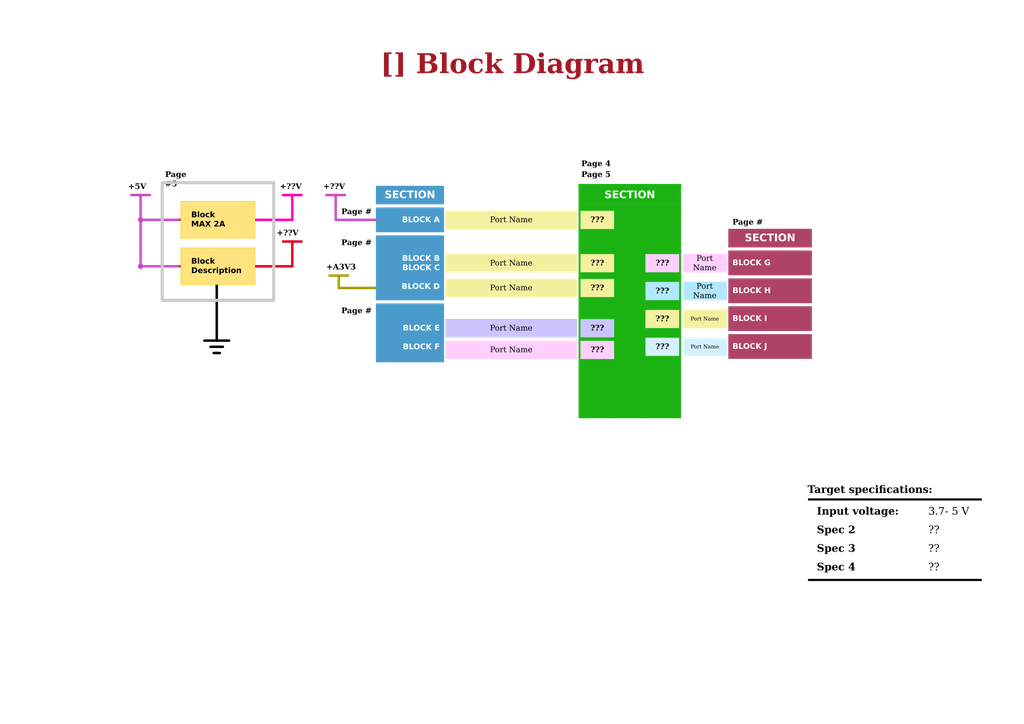
<source format=kicad_sch>
(kicad_sch
	(version 20231120)
	(generator "eeschema")
	(generator_version "8.0")
	(uuid "d4440dba-022e-49b2-97f2-6fc1871c7304")
	(paper "A3")
	(title_block
		(title "Block Diagram")
		(date "Last Modified Date")
		(rev "${REVISION}")
		(company "${COMPANY}")
	)
	(lib_symbols)
	(polyline
		(pts
			(xy 119.888 99.06) (xy 116.078 99.06)
		)
		(stroke
			(width 1.016)
			(type default)
			(color 212 0 32 1)
		)
		(uuid "0ad822fe-b2bf-4728-8a43-796a70a9fcef")
	)
	(polyline
		(pts
			(xy 137.668 80.01) (xy 141.478 80.01)
		)
		(stroke
			(width 1.016)
			(type default)
			(color 198 71 194 1)
		)
		(uuid "0c4f2c87-5668-4ab3-9f54-bb552b1160e0")
	)
	(polyline
		(pts
			(xy 105.156 90.17) (xy 119.888 90.17)
		)
		(stroke
			(width 1.016)
			(type default)
			(color 255 0 171 1)
		)
		(uuid "0ed64fab-7c93-4b9e-8488-f7bf9ddb0328")
	)
	(polyline
		(pts
			(xy 153.67 118.11) (xy 138.938 118.11)
		)
		(stroke
			(width 1.016)
			(type default)
			(color 162 155 0 1)
		)
		(uuid "10164b1f-38dc-4229-b35a-0e6d2f6fb9c8")
	)
	(polyline
		(pts
			(xy 88.9 139.7) (xy 93.98 139.7)
		)
		(stroke
			(width 1.016)
			(type default)
			(color 0 0 0 1)
		)
		(uuid "108b3f3d-7870-4a32-a39e-da98900ff511")
	)
	(polyline
		(pts
			(xy 153.67 90.17) (xy 137.668 90.17)
		)
		(stroke
			(width 1.016)
			(type default)
			(color 198 71 194 1)
		)
		(uuid "12ef2ddf-0ea9-47cc-b3da-b713337e7a4d")
	)
	(polyline
		(pts
			(xy 119.888 80.01) (xy 116.078 80.01)
		)
		(stroke
			(width 1.016)
			(type default)
			(color 255 0 171 1)
		)
		(uuid "1b0d0315-6656-4680-af25-b250f62ec5f3")
	)
	(polyline
		(pts
			(xy 57.658 80.01) (xy 57.658 90.17)
		)
		(stroke
			(width 1.016)
			(type default)
			(color 198 71 194 1)
		)
		(uuid "21a79648-61f0-4be6-a4a4-b98eeda65143")
	)
	(polyline
		(pts
			(xy 133.858 80.01) (xy 137.668 80.01)
		)
		(stroke
			(width 1.016)
			(type default)
			(color 198 71 194 1)
		)
		(uuid "21ea9e82-75fb-4584-ad6e-013b648b8538")
	)
	(polyline
		(pts
			(xy 119.888 99.06) (xy 119.888 109.22)
		)
		(stroke
			(width 1.016)
			(type default)
			(color 212 0 32 1)
		)
		(uuid "3a635095-522b-4f51-99df-2ea15d8aad82")
	)
	(polyline
		(pts
			(xy 138.938 113.03) (xy 142.748 113.03)
		)
		(stroke
			(width 1.016)
			(type default)
			(color 162 155 0 1)
		)
		(uuid "42197f6a-163c-4d9b-9d4e-be2b85d91c6d")
	)
	(polyline
		(pts
			(xy 90.17 144.78) (xy 88.9 144.78)
		)
		(stroke
			(width 1.016)
			(type default)
			(color 0 0 0 1)
		)
		(uuid "4843f438-0be6-4237-8e1d-81ed69202607")
	)
	(polyline
		(pts
			(xy 57.658 99.06) (xy 57.658 109.22)
		)
		(stroke
			(width 1.016)
			(type default)
			(color 198 71 194 1)
		)
		(uuid "53c7b6a5-f8b1-4162-bb5e-e28f608fc7b0")
	)
	(polyline
		(pts
			(xy 123.698 80.01) (xy 119.888 80.01)
		)
		(stroke
			(width 1.016)
			(type default)
			(color 255 0 171 1)
		)
		(uuid "5b1ffc3a-ecff-4205-9887-1fde1b3f29c7")
	)
	(polyline
		(pts
			(xy 83.82 139.7) (xy 88.9 139.7)
		)
		(stroke
			(width 1.016)
			(type default)
			(color 0 0 0 1)
		)
		(uuid "5c614747-4d35-44e5-a560-7918f1e9dd9d")
	)
	(polyline
		(pts
			(xy 57.658 90.17) (xy 57.658 99.06)
		)
		(stroke
			(width 1.016)
			(type default)
			(color 198 71 194 1)
		)
		(uuid "5ef7bb03-210f-4261-8725-59c7015ea800")
	)
	(polyline
		(pts
			(xy 73.66 109.22) (xy 57.658 109.22)
		)
		(stroke
			(width 1.016)
			(type default)
			(color 198 71 194 1)
		)
		(uuid "60c6e967-0c41-4893-b325-74fb054b4d29")
	)
	(polyline
		(pts
			(xy 73.66 90.17) (xy 57.658 90.17)
		)
		(stroke
			(width 1.016)
			(type default)
			(color 198 71 194 1)
		)
		(uuid "734689b6-313b-4ec0-8e2e-e0b491f895c4")
	)
	(polyline
		(pts
			(xy 53.848 80.01) (xy 57.658 80.01)
		)
		(stroke
			(width 1.016)
			(type default)
			(color 198 71 194 1)
		)
		(uuid "7ae1c493-e7e4-4dbb-bb88-6bab6e4eaeb6")
	)
	(polyline
		(pts
			(xy 57.658 80.01) (xy 61.468 80.01)
		)
		(stroke
			(width 1.016)
			(type default)
			(color 198 71 194 1)
		)
		(uuid "8c32da8a-4531-44a0-8824-bbf140ba9e6a")
	)
	(polyline
		(pts
			(xy 88.9 117.348) (xy 88.9 139.7)
		)
		(stroke
			(width 1.016)
			(type default)
			(color 0 0 0 1)
		)
		(uuid "8f1e723c-cb46-42d5-9f0d-53653b347507")
	)
	(polyline
		(pts
			(xy 88.9 123.19) (xy 85.09 123.19)
		)
		(stroke
			(width 1.016)
			(type default)
			(color 0 0 0 1)
		)
		(uuid "906413a8-3629-4e1f-a212-33f5f54b8ca3")
	)
	(polyline
		(pts
			(xy 137.668 80.01) (xy 137.668 90.17)
		)
		(stroke
			(width 1.016)
			(type default)
			(color 198 71 194 1)
		)
		(uuid "9e94e400-0ca7-4a19-9721-e89096fc8ef1")
	)
	(polyline
		(pts
			(xy 88.9 144.78) (xy 87.63 144.78)
		)
		(stroke
			(width 1.016)
			(type default)
			(color 0 0 0 1)
		)
		(uuid "9fd90c44-7057-4a26-a7ab-c33c5beb28e1")
	)
	(polyline
		(pts
			(xy 92.71 123.19) (xy 88.9 123.19)
		)
		(stroke
			(width 1.016)
			(type default)
			(color 0 0 0 1)
		)
		(uuid "a28c6aa9-e851-4c4a-a8b6-364b13034eaf")
	)
	(polyline
		(pts
			(xy 119.888 80.01) (xy 119.888 90.17)
		)
		(stroke
			(width 1.016)
			(type default)
			(color 255 0 171 1)
		)
		(uuid "a322456e-1e18-4992-b811-547b83e46d9a")
	)
	(polyline
		(pts
			(xy 123.698 99.06) (xy 119.888 99.06)
		)
		(stroke
			(width 1.016)
			(type default)
			(color 212 0 32 1)
		)
		(uuid "a97da915-ffc2-43ac-80c4-e7eb9cf7c5a5")
	)
	(polyline
		(pts
			(xy 138.938 113.03) (xy 138.938 118.11)
		)
		(stroke
			(width 1.016)
			(type default)
			(color 162 155 0 1)
		)
		(uuid "d3dfefd7-14b2-42bf-bfc0-0b28c195ff97")
	)
	(polyline
		(pts
			(xy 91.44 142.24) (xy 88.9 142.24)
		)
		(stroke
			(width 1.016)
			(type default)
			(color 0 0 0 1)
		)
		(uuid "e812ef17-820a-4d51-ab4b-214bf4a7ff4f")
	)
	(polyline
		(pts
			(xy 105.156 109.22) (xy 119.888 109.22)
		)
		(stroke
			(width 1.016)
			(type default)
			(color 212 0 32 1)
		)
		(uuid "e98c2a4a-d187-46a2-8813-e5c9e3527045")
	)
	(polyline
		(pts
			(xy 88.9 142.24) (xy 86.36 142.24)
		)
		(stroke
			(width 1.016)
			(type default)
			(color 0 0 0 1)
		)
		(uuid "ecec9f07-c25e-4a64-8539-dbb99696f340")
	)
	(polyline
		(pts
			(xy 135.128 113.03) (xy 138.938 113.03)
		)
		(stroke
			(width 1.016)
			(type default)
			(color 162 155 0 1)
		)
		(uuid "fcad9baf-054e-4bf8-8a63-c65f2b19baea")
	)
	(rectangle
		(start 104.775 108.839)
		(end 105.41 109.601)
		(stroke
			(width 0.25)
			(type default)
			(color 212 0 32 1)
		)
		(fill
			(type color)
			(color 212 0 32 1)
		)
		(uuid 0237e457-1554-43e7-a04a-9bbc304cb750)
	)
	(rectangle
		(start 237.998 147.32)
		(end 251.968 171.45)
		(stroke
			(width 0)
			(type default)
			(color 26 179 18 1)
		)
		(fill
			(type color)
			(color 26 179 18 1)
		)
		(uuid 05c43237-d989-46c7-a838-1fe3e687d325)
	)
	(rectangle
		(start 73.406 108.839)
		(end 74.041 109.601)
		(stroke
			(width 0.25)
			(type default)
			(color 200 50 50 1)
		)
		(fill
			(type color)
			(color 200 50 50 1)
		)
		(uuid 0d430dd7-6ee0-49d3-a0fa-6967402d4a3a)
	)
	(rectangle
		(start 264.668 123.19)
		(end 278.638 127)
		(stroke
			(width 0)
			(type default)
			(color 26 179 18 1)
		)
		(fill
			(type color)
			(color 26 179 18 1)
		)
		(uuid 18d023c4-e3f0-46c9-87ca-5d30d9cdf2c3)
	)
	(rectangle
		(start 74.168 82.55)
		(end 104.648 97.79)
		(stroke
			(width 0)
			(type default)
			(color 255 200 0 0.5019607843)
		)
		(fill
			(type color)
			(color 255 200 0 0.5019607843)
		)
		(uuid 2d9051c0-06cf-4e3a-9d86-de06c0d33079)
	)
	(rectangle
		(start 73.406 89.789)
		(end 74.041 90.551)
		(stroke
			(width 0.25)
			(type default)
			(color 200 50 50 1)
		)
		(fill
			(type color)
			(color 200 50 50 1)
		)
		(uuid 3070d984-75bc-40bb-a077-beeef2510c95)
	)
	(rectangle
		(start 237.998 121.92)
		(end 251.968 130.81)
		(stroke
			(width 0)
			(type default)
			(color 26 179 18 1)
		)
		(fill
			(type color)
			(color 26 179 18 1)
		)
		(uuid 39c3df59-f9d6-4c44-9610-c14f06418e27)
	)
	(rectangle
		(start 264.668 146.05)
		(end 278.638 171.45)
		(stroke
			(width 0)
			(type default)
			(color 26 179 18 1)
		)
		(fill
			(type color)
			(color 26 179 18 1)
		)
		(uuid 3a6c1391-840d-4a80-9739-78b63fe94339)
	)
	(rectangle
		(start 237.998 138.43)
		(end 251.968 139.7)
		(stroke
			(width 0)
			(type default)
			(color 26 179 18 1)
		)
		(fill
			(type color)
			(color 26 179 18 1)
		)
		(uuid 421816ca-5f12-4e86-8e69-316b379c8971)
	)
	(rectangle
		(start 237.363 75.565)
		(end 279.273 77.47)
		(stroke
			(width 0.254)
			(type default)
			(color 26 179 18 1)
		)
		(fill
			(type color)
			(color 26 179 18 1)
		)
		(uuid 55bb8f5d-1716-457c-ab18-7887e7f79c32)
	)
	(circle
		(center 57.658 109.22)
		(radius 1.016)
		(stroke
			(width 0)
			(type default)
			(color 198 71 194 1)
		)
		(fill
			(type color)
			(color 198 71 194 1)
		)
		(uuid 58ff020c-c0fb-495a-a8a3-92972d07ced1)
	)
	(rectangle
		(start 153.543 89.789)
		(end 154.178 90.551)
		(stroke
			(width 0.25)
			(type default)
			(color 198 71 194 1)
		)
		(fill
			(type color)
			(color 198 71 194 1)
		)
		(uuid 71a7bc8d-71ba-4784-b706-1c489dd4699b)
	)
	(rectangle
		(start 237.998 111.76)
		(end 251.968 114.3)
		(stroke
			(width 0)
			(type default)
			(color 26 179 18 1)
		)
		(fill
			(type color)
			(color 26 179 18 1)
		)
		(uuid 7b3048d9-9f27-43c5-89d8-687bf1563aee)
	)
	(rectangle
		(start 278.638 75.565)
		(end 279.273 171.45)
		(stroke
			(width 0)
			(type default)
			(color 26 179 18 1)
		)
		(fill
			(type color)
			(color 26 179 18 1)
		)
		(uuid 82b7fc9f-5c53-4bad-ac33-36ff04086978)
	)
	(rectangle
		(start 331.47 237.49)
		(end 402.59 238.252)
		(stroke
			(width 0)
			(type default)
			(color 0 0 0 1)
		)
		(fill
			(type color)
			(color 0 0 0 1)
		)
		(uuid 8956a1c0-282a-4b1e-927b-8bc74278d14f)
	)
	(rectangle
		(start 74.168 101.6)
		(end 104.648 116.84)
		(stroke
			(width 0)
			(type default)
			(color 255 200 0 0.5019607843)
		)
		(fill
			(type color)
			(color 255 200 0 0.5019607843)
		)
		(uuid a47826fc-526c-4a52-84ae-b6a04e3e3b0c)
	)
	(rectangle
		(start 237.998 83.82)
		(end 279.273 86.36)
		(stroke
			(width 0)
			(type default)
			(color 26 179 18 1)
		)
		(fill
			(type color)
			(color 26 179 18 1)
		)
		(uuid a952ed71-59f7-4034-9137-c9beed0052e5)
	)
	(rectangle
		(start 66.548 74.93)
		(end 112.268 123.19)
		(stroke
			(width 1.27)
			(type default)
			(color 200 200 200 1)
		)
		(fill
			(type none)
		)
		(uuid b5318274-8945-46d8-99fc-2fb62def5b67)
	)
	(rectangle
		(start 251.968 85.725)
		(end 264.668 171.45)
		(stroke
			(width 0)
			(type default)
			(color 26 179 18 1)
		)
		(fill
			(type color)
			(color 26 179 18 1)
		)
		(uuid b5912d90-a2e6-47a8-b37f-79df93690db6)
	)
	(rectangle
		(start 88.392 116.84)
		(end 89.408 117.602)
		(stroke
			(width 0.001)
			(type default)
			(color 0 0 0 1)
		)
		(fill
			(type color)
			(color 0 0 0 1)
		)
		(uuid b708d319-09b2-4d42-8c3b-186b2ae54113)
	)
	(rectangle
		(start 264.668 134.62)
		(end 278.638 138.43)
		(stroke
			(width 0)
			(type default)
			(color 26 179 18 1)
		)
		(fill
			(type color)
			(color 26 179 18 1)
		)
		(uuid bdbbf18e-6f1e-46bc-83ed-402e06ceb661)
	)
	(rectangle
		(start 264.668 111.76)
		(end 278.638 115.57)
		(stroke
			(width 0)
			(type default)
			(color 26 179 18 1)
		)
		(fill
			(type color)
			(color 26 179 18 1)
		)
		(uuid be3f6889-490c-44fa-9418-f01ed8476be7)
	)
	(rectangle
		(start 264.668 86.36)
		(end 278.638 104.14)
		(stroke
			(width 0)
			(type default)
			(color 26 179 18 1)
		)
		(fill
			(type color)
			(color 26 179 18 1)
		)
		(uuid cdf72398-0431-4b4b-8fdb-00fcbee68e2a)
	)
	(rectangle
		(start 331.47 204.47)
		(end 402.59 205.232)
		(stroke
			(width 0)
			(type default)
			(color 0 0 0 1)
		)
		(fill
			(type color)
			(color 0 0 0 1)
		)
		(uuid d631d51a-2515-45dc-a2c0-e57c4fee46cd)
	)
	(rectangle
		(start 237.363 75.565)
		(end 237.998 171.45)
		(stroke
			(width 0)
			(type default)
			(color 26 179 18 1)
		)
		(fill
			(type color)
			(color 26 179 18 1)
		)
		(uuid d92c43be-acae-42f6-9179-96820bcc6ef2)
	)
	(rectangle
		(start 104.775 89.789)
		(end 105.41 90.551)
		(stroke
			(width 0.25)
			(type default)
			(color 255 0 171 1)
		)
		(fill
			(type color)
			(color 255 0 171 1)
		)
		(uuid e7ce496d-41ff-4f99-ad4b-3310127e6767)
	)
	(rectangle
		(start 153.543 117.729)
		(end 154.178 118.491)
		(stroke
			(width 0.25)
			(type default)
			(color 162 155 0 1)
		)
		(fill
			(type color)
			(color 162 155 0 1)
		)
		(uuid f2563de6-36a4-46ea-b401-ec1c1b726413)
	)
	(rectangle
		(start 237.998 93.98)
		(end 251.968 104.14)
		(stroke
			(width 0)
			(type default)
			(color 26 179 18 1)
		)
		(fill
			(type color)
			(color 26 179 18 1)
		)
		(uuid f4ff3a95-a29b-44f5-99fe-90e2d6c5e225)
	)
	(circle
		(center 57.658 90.17)
		(radius 1.016)
		(stroke
			(width 0)
			(type default)
			(color 198 71 194 1)
		)
		(fill
			(type color)
			(color 198 71 194 1)
		)
		(uuid f91516a8-4921-4198-b3b9-99239f4ff99a)
	)
	(text_box "Spec 3"
		(exclude_from_sim no)
		(at 332.74 220.98 0)
		(size 41.91 7.62)
		(stroke
			(width -0.0001)
			(type default)
		)
		(fill
			(type none)
		)
		(effects
			(font
				(face "Times New Roman")
				(size 3.048 3.048)
				(thickness 0.4572)
				(bold yes)
				(color 0 0 0 1)
			)
			(justify left top)
		)
		(uuid "094af17b-7d27-428a-ac7d-32c4461d72c7")
	)
	(text_box "Block\nDescription"
		(exclude_from_sim no)
		(at 76.708 104.14 0)
		(size 25.4 10.16)
		(stroke
			(width -0.0001)
			(type default)
		)
		(fill
			(type none)
		)
		(effects
			(font
				(face "Arial")
				(size 2.286 2.286)
				(thickness 0.254)
				(bold yes)
				(color 0 0 0 1)
			)
			(justify left top)
		)
		(uuid "09ba23be-b0e7-4b83-8609-d145cf0340f4")
	)
	(text_box "???"
		(exclude_from_sim no)
		(at 237.998 104.14 0)
		(size 13.97 7.62)
		(stroke
			(width -0.0001)
			(type default)
		)
		(fill
			(type color)
			(color 243 240 160 1)
		)
		(effects
			(font
				(face "Times New Roman")
				(size 2.286 2.286)
				(bold yes)
				(color 0 0 0 1)
			)
		)
		(uuid "0aa0c4e1-070f-42df-94e3-eb4334e328f3")
	)
	(text_box "Spec 2"
		(exclude_from_sim no)
		(at 332.74 213.36 0)
		(size 43.18 7.62)
		(stroke
			(width -0.0001)
			(type default)
		)
		(fill
			(type none)
		)
		(effects
			(font
				(face "Times New Roman")
				(size 3.048 3.048)
				(thickness 0.4572)
				(bold yes)
				(color 0 0 0 1)
			)
			(justify left top)
		)
		(uuid "16ff5c12-a59a-498f-9a58-8440cea84b9d")
	)
	(text_box "Port Name"
		(exclude_from_sim no)
		(at 182.626 104.14 0)
		(size 54.102 7.62)
		(stroke
			(width -0.0001)
			(type default)
		)
		(fill
			(type color)
			(color 243 240 160 1)
		)
		(effects
			(font
				(face "Times New Roman")
				(size 2.286 2.286)
				(italic yes)
				(color 0 0 0 1)
			)
		)
		(uuid "1987247e-db63-4ffa-a72e-634d9843c64c")
	)
	(text_box "SECTION"
		(exclude_from_sim no)
		(at 237.998 76.2 0)
		(size 40.64 7.62)
		(stroke
			(width -0.0001)
			(type default)
		)
		(fill
			(type color)
			(color 26 179 18 1)
		)
		(effects
			(font
				(face "Arial")
				(size 3.048 3.048)
				(bold yes)
				(color 255 255 255 1)
			)
		)
		(uuid "1d0d83c3-74d6-4a1f-8c3f-65fbe3fb5ec9")
	)
	(text_box "Port Name"
		(exclude_from_sim no)
		(at 182.626 139.7 0)
		(size 54.102 7.62)
		(stroke
			(width -0.0001)
			(type default)
		)
		(fill
			(type color)
			(color 255 207 255 1)
		)
		(effects
			(font
				(face "Times New Roman")
				(size 2.286 2.286)
				(italic yes)
				(color 0 0 0 1)
			)
		)
		(uuid "205684f9-9b3f-4aef-bbd6-2a2cbf506b65")
	)
	(text_box "???"
		(exclude_from_sim no)
		(at 237.998 114.3 0)
		(size 13.97 7.62)
		(stroke
			(width -0.0001)
			(type default)
		)
		(fill
			(type color)
			(color 243 240 160 1)
		)
		(effects
			(font
				(face "Times New Roman")
				(size 2.286 2.286)
				(bold yes)
				(color 0 0 0 1)
			)
		)
		(uuid "2576afd7-0caa-4c76-bd9f-222a1d2c4dc0")
	)
	(text_box "???"
		(exclude_from_sim no)
		(at 237.998 86.36 0)
		(size 13.97 7.62)
		(stroke
			(width -0.0001)
			(type default)
		)
		(fill
			(type color)
			(color 243 240 160 1)
		)
		(effects
			(font
				(face "Times New Roman")
				(size 2.286 2.286)
				(bold yes)
				(color 0 0 0 1)
			)
		)
		(uuid "29f18459-3b0c-4e53-a96d-cae677d37f45")
	)
	(text_box "Page #"
		(exclude_from_sim no)
		(at 298.704 88.138 0)
		(size 17.78 5.08)
		(stroke
			(width -0.0001)
			(type default)
		)
		(fill
			(type none)
		)
		(effects
			(font
				(face "Times New Roman")
				(size 2.286 2.286)
				(thickness 0.4572)
				(bold yes)
				(color 0 0 0 1)
			)
			(justify left top)
			(href "#8")
		)
		(uuid "2c748904-640a-4790-9cd3-81e6145a1f3e")
	)
	(text_box "Port Name"
		(exclude_from_sim no)
		(at 279.908 104.14 0)
		(size 18.288 7.62)
		(stroke
			(width -0.0001)
			(type default)
		)
		(fill
			(type color)
			(color 255 207 255 1)
		)
		(effects
			(font
				(face "Times New Roman")
				(size 2.286 2.286)
				(italic yes)
				(color 0 0 0 1)
			)
		)
		(uuid "2eccac48-a697-4b98-a3f1-dcbeefca3094")
	)
	(text_box "Input voltage:"
		(exclude_from_sim no)
		(at 332.74 205.74 0)
		(size 41.91 7.62)
		(stroke
			(width -0.0001)
			(type default)
		)
		(fill
			(type none)
		)
		(effects
			(font
				(face "Times New Roman")
				(size 3.048 3.048)
				(thickness 0.4572)
				(bold yes)
				(color 0 0 0 1)
			)
			(justify left top)
		)
		(uuid "347e7e61-7c93-449c-8c65-b1d74937394e")
	)
	(text_box "Port Name"
		(exclude_from_sim no)
		(at 182.626 86.36 0)
		(size 54.102 7.62)
		(stroke
			(width -0.0001)
			(type default)
		)
		(fill
			(type color)
			(color 243 240 160 1)
		)
		(effects
			(font
				(face "Times New Roman")
				(size 2.286 2.286)
				(italic yes)
				(color 0 0 0 1)
			)
		)
		(uuid "34f97dad-9bc3-424e-b006-bedf003458aa")
	)
	(text_box "??"
		(exclude_from_sim no)
		(at 378.46 228.6 0)
		(size 24.13 7.62)
		(stroke
			(width -0.0001)
			(type default)
		)
		(fill
			(type none)
		)
		(effects
			(font
				(face "Times New Roman")
				(size 3.048 3.048)
				(color 0 0 0 1)
			)
			(justify left top)
		)
		(uuid "37354c60-dbdb-4aa1-a2b0-e6db1fd7a12e")
	)
	(text_box "??"
		(exclude_from_sim no)
		(at 378.46 213.36 0)
		(size 24.13 7.62)
		(stroke
			(width -0.0001)
			(type default)
		)
		(fill
			(type none)
		)
		(effects
			(font
				(face "Times New Roman")
				(size 3.048 3.048)
				(color 0 0 0 1)
			)
			(justify left top)
		)
		(uuid "3d9a8928-04fd-4c32-8894-e3210045027d")
	)
	(text_box "\nBLOCK E\n\nBLOCK F"
		(exclude_from_sim no)
		(at 154.178 124.46 0)
		(size 27.94 24.13)
		(stroke
			(width -0.0001)
			(type default)
		)
		(fill
			(type color)
			(color 74 155 203 1)
		)
		(effects
			(font
				(face "Arial")
				(size 2.286 2.286)
				(bold yes)
				(color 255 255 255 1)
			)
			(justify right)
		)
		(uuid "4299d747-90ff-4a47-9b32-97c12f9ab979")
	)
	(text_box "Port Name"
		(exclude_from_sim no)
		(at 279.908 127 0)
		(size 18.288 7.62)
		(stroke
			(width -0.0001)
			(type default)
		)
		(fill
			(type color)
			(color 243 240 160 1)
		)
		(effects
			(font
				(face "Times New Roman")
				(size 1.524 1.524)
				(italic yes)
				(color 0 0 0 1)
			)
		)
		(uuid "4616f06b-0c0c-4da0-aaa7-60ade012707d")
	)
	(text_box "Port Name"
		(exclude_from_sim no)
		(at 182.626 130.81 0)
		(size 54.102 7.62)
		(stroke
			(width -0.0001)
			(type default)
		)
		(fill
			(type color)
			(color 202 196 255 1)
		)
		(effects
			(font
				(face "Times New Roman")
				(size 2.286 2.286)
				(italic yes)
				(color 0 0 0 1)
			)
		)
		(uuid "4be2fbb4-9521-4c43-b13b-45298595a8b7")
	)
	(text_box "SECTION"
		(exclude_from_sim no)
		(at 298.704 93.853 0)
		(size 34.29 7.62)
		(stroke
			(width -0.0001)
			(type default)
		)
		(fill
			(type color)
			(color 175 67 103 1)
		)
		(effects
			(font
				(face "Arial")
				(size 3.048 3.048)
				(bold yes)
				(color 255 255 255 1)
			)
		)
		(uuid "50f90389-4852-4d94-a1e5-f12357304e05")
	)
	(text_box "BLOCK A"
		(exclude_from_sim no)
		(at 154.178 85.09 0)
		(size 27.94 10.16)
		(stroke
			(width -0.0001)
			(type default)
		)
		(fill
			(type color)
			(color 74 155 203 1)
		)
		(effects
			(font
				(face "Arial")
				(size 2.286 2.286)
				(bold yes)
				(color 255 255 255 1)
			)
			(justify right)
		)
		(uuid "5a2e6555-9060-4d4a-9a34-a05560ac30d8")
	)
	(text_box "BLOCK I"
		(exclude_from_sim no)
		(at 298.704 125.603 0)
		(size 34.29 10.16)
		(stroke
			(width -0.0001)
			(type default)
		)
		(fill
			(type color)
			(color 175 67 103 1)
		)
		(effects
			(font
				(face "Arial")
				(size 2.286 2.286)
				(bold yes)
				(color 255 255 255 1)
			)
			(justify left)
		)
		(uuid "5f14182b-c93f-4d15-9db7-1a029aadad7b")
	)
	(text_box "BLOCK G"
		(exclude_from_sim no)
		(at 298.704 102.743 0)
		(size 34.29 10.16)
		(stroke
			(width -0.0001)
			(type default)
		)
		(fill
			(type color)
			(color 175 67 103 1)
		)
		(effects
			(font
				(face "Arial")
				(size 2.286 2.286)
				(bold yes)
				(color 255 255 255 1)
			)
			(justify left)
		)
		(uuid "6f80972b-0868-4998-bb39-1d5e548cee7c")
	)
	(text_box "[${#}] ${TITLE}"
		(exclude_from_sim no)
		(at 144.78 20.32 0)
		(size 130.81 12.7)
		(stroke
			(width -0.0001)
			(type default)
		)
		(fill
			(type none)
		)
		(effects
			(font
				(face "Times New Roman")
				(size 8 8)
				(thickness 1.2)
				(bold yes)
				(color 162 22 34 1)
			)
		)
		(uuid "73b2b29c-2473-4e80-be0b-4f57c6856c3e")
	)
	(text_box "Page #5"
		(exclude_from_sim no)
		(at 66.04 68.58 0)
		(size 15.24 5.08)
		(stroke
			(width -0.0001)
			(type default)
		)
		(fill
			(type none)
		)
		(effects
			(font
				(face "Times New Roman")
				(size 2.286 2.286)
				(thickness 0.4572)
				(bold yes)
				(color 0 0 0 1)
			)
			(justify left top)
			(href "#5")
		)
		(uuid "7d0acf89-7773-4e7f-ac89-c1f23d71a151")
	)
	(text_box "Page #"
		(exclude_from_sim no)
		(at 136.398 124.46 0)
		(size 17.78 5.08)
		(stroke
			(width -0.0001)
			(type default)
		)
		(fill
			(type none)
		)
		(effects
			(font
				(face "Times New Roman")
				(size 2.286 2.286)
				(thickness 0.4572)
				(bold yes)
				(color 0 0 0 1)
			)
			(justify right top)
			(href "#")
		)
		(uuid "7e1549f9-ed1a-486d-b663-7ab14f355318")
	)
	(text_box "Target specifications:"
		(exclude_from_sim no)
		(at 328.93 196.85 0)
		(size 73.66 7.62)
		(stroke
			(width -0.0001)
			(type default)
		)
		(fill
			(type none)
		)
		(effects
			(font
				(face "Times New Roman")
				(size 3.048 3.048)
				(thickness 0.4572)
				(bold yes)
				(color 0 0 0 1)
			)
			(justify left top)
		)
		(uuid "874bfc99-fafe-40d4-b7af-9ddb98b61eea")
	)
	(text_box "??"
		(exclude_from_sim no)
		(at 378.46 220.98 0)
		(size 24.13 7.62)
		(stroke
			(width -0.0001)
			(type default)
		)
		(fill
			(type none)
		)
		(effects
			(font
				(face "Times New Roman")
				(size 3.048 3.048)
				(color 0 0 0 1)
			)
			(justify left top)
		)
		(uuid "8d13c5b4-c5e0-49ad-8e30-5a14333c15f4")
	)
	(text_box "???"
		(exclude_from_sim no)
		(at 237.998 130.81 0)
		(size 13.97 7.62)
		(stroke
			(width -0.0001)
			(type default)
		)
		(fill
			(type color)
			(color 202 196 255 1)
		)
		(effects
			(font
				(face "Times New Roman")
				(size 2.286 2.286)
				(bold yes)
				(color 0 0 0 1)
			)
		)
		(uuid "8d5e3fa3-e0ae-46de-9bca-be5f9d003da2")
	)
	(text_box "Page #"
		(exclude_from_sim no)
		(at 136.398 83.82 0)
		(size 17.78 5.08)
		(stroke
			(width -0.0001)
			(type default)
		)
		(fill
			(type none)
		)
		(effects
			(font
				(face "Times New Roman")
				(size 2.286 2.286)
				(thickness 0.4572)
				(bold yes)
				(color 0 0 0 1)
			)
			(justify right top)
		)
		(uuid "9e4a510b-5c75-46a6-9e6e-397aa68ebd40")
	)
	(text_box "SECTION"
		(exclude_from_sim no)
		(at 154.178 76.2 0)
		(size 27.94 7.62)
		(stroke
			(width -0.0001)
			(type default)
		)
		(fill
			(type color)
			(color 74 155 203 1)
		)
		(effects
			(font
				(face "Arial")
				(size 3.048 3.048)
				(bold yes)
				(color 255 255 255 1)
			)
		)
		(uuid "a5dfea43-92a3-4c4a-a914-eb784ef96d73")
	)
	(text_box "3.7- 5 V"
		(exclude_from_sim no)
		(at 378.46 205.74 0)
		(size 24.13 7.62)
		(stroke
			(width -0.0001)
			(type default)
		)
		(fill
			(type none)
		)
		(effects
			(font
				(face "Times New Roman")
				(size 3.048 3.048)
				(color 0 0 0 1)
			)
			(justify left top)
		)
		(uuid "aa388299-5267-444a-a70f-fbbbf3a9efdc")
	)
	(text_box "???"
		(exclude_from_sim no)
		(at 237.998 139.7 0)
		(size 13.97 7.62)
		(stroke
			(width -0.0001)
			(type default)
		)
		(fill
			(type color)
			(color 255 207 255 1)
		)
		(effects
			(font
				(face "Times New Roman")
				(size 2.286 2.286)
				(bold yes)
				(color 0 0 0 1)
			)
		)
		(uuid "ab21cef4-7adc-4acc-bdaa-b46c7f774ce6")
	)
	(text_box "???"
		(exclude_from_sim no)
		(at 264.668 138.43 0)
		(size 13.97 7.62)
		(stroke
			(width -0.0001)
			(type default)
		)
		(fill
			(type color)
			(color 213 241 255 1)
		)
		(effects
			(font
				(face "Times New Roman")
				(size 2.286 2.286)
				(bold yes)
				(color 0 0 0 1)
			)
		)
		(uuid "ac56c48c-4a2e-4776-9858-933bd22ee6ee")
	)
	(text_box "Page 4"
		(exclude_from_sim no)
		(at 236.728 64.135 0)
		(size 24.765 5.08)
		(stroke
			(width -0.0001)
			(type default)
		)
		(fill
			(type none)
		)
		(effects
			(font
				(face "Times New Roman")
				(size 2.286 2.286)
				(thickness 0.4572)
				(bold yes)
				(color 0 0 0 1)
			)
			(justify left top)
		)
		(uuid "af913ec4-8a49-4345-bec6-fafb6d986bc2")
	)
	(text_box "???"
		(exclude_from_sim no)
		(at 264.668 127 0)
		(size 13.97 7.62)
		(stroke
			(width -0.0001)
			(type default)
		)
		(fill
			(type color)
			(color 243 240 160 1)
		)
		(effects
			(font
				(face "Times New Roman")
				(size 2.286 2.286)
				(bold yes)
				(color 0 0 0 1)
			)
		)
		(uuid "b25023e5-acfa-4102-bb80-efad95c74d40")
	)
	(text_box "???"
		(exclude_from_sim no)
		(at 264.668 115.57 0)
		(size 13.97 7.62)
		(stroke
			(width -0.0001)
			(type default)
		)
		(fill
			(type color)
			(color 178 232 255 1)
		)
		(effects
			(font
				(face "Times New Roman")
				(size 2.286 2.286)
				(bold yes)
				(color 0 0 0 1)
			)
		)
		(uuid "c2c0d0c9-0dec-46a5-9473-b81815342d7b")
	)
	(text_box "Port Name"
		(exclude_from_sim no)
		(at 182.626 114.3 0)
		(size 54.102 7.62)
		(stroke
			(width -0.0001)
			(type default)
		)
		(fill
			(type color)
			(color 243 240 160 1)
		)
		(effects
			(font
				(face "Times New Roman")
				(size 2.286 2.286)
				(italic yes)
				(color 0 0 0 1)
			)
		)
		(uuid "c7f141f1-0a13-41d6-9001-79167345df61")
	)
	(text_box "Port Name"
		(exclude_from_sim no)
		(at 279.908 115.57 0)
		(size 18.288 7.62)
		(stroke
			(width -0.0001)
			(type default)
		)
		(fill
			(type color)
			(color 178 232 255 1)
		)
		(effects
			(font
				(face "Times New Roman")
				(size 2.286 2.286)
				(italic yes)
				(color 0 0 0 1)
			)
		)
		(uuid "ce8d5aa2-32fa-41ab-879e-c8a14b311e71")
	)
	(text_box "BLOCK J"
		(exclude_from_sim no)
		(at 298.704 137.033 0)
		(size 34.29 10.16)
		(stroke
			(width -0.0001)
			(type default)
		)
		(fill
			(type color)
			(color 175 67 103 1)
		)
		(effects
			(font
				(face "Arial")
				(size 2.286 2.286)
				(bold yes)
				(color 255 255 255 1)
			)
			(justify left)
		)
		(uuid "d11c5cc0-b2d5-4819-92dd-51b892f4bd76")
	)
	(text_box "Port Name"
		(exclude_from_sim no)
		(at 279.908 138.43 0)
		(size 18.288 7.62)
		(stroke
			(width -0.0001)
			(type default)
		)
		(fill
			(type color)
			(color 213 241 255 1)
		)
		(effects
			(font
				(face "Times New Roman")
				(size 1.524 1.524)
				(italic yes)
				(color 0 0 0 1)
			)
		)
		(uuid "d95aa69c-63fb-4b5d-9978-ffe4aa9ad079")
	)
	(text_box "???"
		(exclude_from_sim no)
		(at 264.668 104.14 0)
		(size 13.97 7.62)
		(stroke
			(width -0.0001)
			(type default)
		)
		(fill
			(type color)
			(color 255 207 255 1)
		)
		(effects
			(font
				(face "Times New Roman")
				(size 2.286 2.286)
				(bold yes)
				(color 0 0 0 1)
			)
		)
		(uuid "e2d08c91-25de-4e80-a665-a7cd6ec63101")
	)
	(text_box "Page 5"
		(exclude_from_sim no)
		(at 236.728 68.58 0)
		(size 24.765 5.08)
		(stroke
			(width -0.0001)
			(type default)
		)
		(fill
			(type none)
		)
		(effects
			(font
				(face "Times New Roman")
				(size 2.286 2.286)
				(thickness 0.4572)
				(bold yes)
				(color 0 0 0 1)
			)
			(justify left top)
			(href "#5")
		)
		(uuid "e8b722a7-e885-4392-8585-c14113718643")
	)
	(text_box "Page #"
		(exclude_from_sim no)
		(at 136.398 96.52 0)
		(size 17.78 5.08)
		(stroke
			(width -0.0001)
			(type default)
		)
		(fill
			(type none)
		)
		(effects
			(font
				(face "Times New Roman")
				(size 2.286 2.286)
				(thickness 0.4572)
				(bold yes)
				(color 0 0 0 1)
			)
			(justify right top)
		)
		(uuid "ed339cec-4d03-443c-9621-bdc36e032f0f")
	)
	(text_box "\nBLOCK B\nBLOCK C\n\nBLOCK D"
		(exclude_from_sim no)
		(at 154.178 96.52 0)
		(size 27.94 26.67)
		(stroke
			(width -0.0001)
			(type default)
		)
		(fill
			(type color)
			(color 74 155 203 1)
		)
		(effects
			(font
				(face "Arial")
				(size 2.286 2.286)
				(bold yes)
				(color 255 255 255 1)
			)
			(justify right)
		)
		(uuid "ed5022fd-7df6-48a2-9346-7cffbd945cc2")
	)
	(text_box "Spec 4"
		(exclude_from_sim no)
		(at 332.74 228.6 0)
		(size 44.45 7.62)
		(stroke
			(width -0.0001)
			(type default)
		)
		(fill
			(type none)
		)
		(effects
			(font
				(face "Times New Roman")
				(size 3.048 3.048)
				(thickness 0.4572)
				(bold yes)
				(color 0 0 0 1)
			)
			(justify left top)
		)
		(uuid "f73ecd5d-28d4-4dc6-ad8d-2c156959b733")
	)
	(text_box "Block\nMAX 2A"
		(exclude_from_sim no)
		(at 76.708 85.09 0)
		(size 25.4 10.16)
		(stroke
			(width -0.0001)
			(type default)
		)
		(fill
			(type none)
		)
		(effects
			(font
				(face "Arial")
				(size 2.286 2.286)
				(thickness 0.254)
				(bold yes)
				(color 0 0 0 1)
			)
			(justify left top)
		)
		(uuid "fa5980b9-e4f3-4da8-ab01-e73489c1ad9d")
	)
	(text_box "BLOCK H"
		(exclude_from_sim no)
		(at 298.704 114.173 0)
		(size 34.29 10.16)
		(stroke
			(width -0.0001)
			(type default)
		)
		(fill
			(type color)
			(color 175 67 103 1)
		)
		(effects
			(font
				(face "Arial")
				(size 2.286 2.286)
				(bold yes)
				(color 255 255 255 1)
			)
			(justify left)
		)
		(uuid "fd61c9c5-9a5f-4021-bb34-8e82244796ab")
	)
	(text "+??V"
		(exclude_from_sim no)
		(at 123.698 78.74 0)
		(effects
			(font
				(face "Times New Roman")
				(size 2.286 2.286)
				(thickness 0.4572)
				(bold yes)
				(color 0 0 0 1)
			)
			(justify right bottom)
		)
		(uuid "21652dff-f089-4644-9826-ab550c17fe1e")
	)
	(text "+??V"
		(exclude_from_sim no)
		(at 122.428 97.79 0)
		(effects
			(font
				(face "Times New Roman")
				(size 2.286 2.286)
				(thickness 0.4572)
				(bold yes)
				(color 0 0 0 1)
			)
			(justify right bottom)
		)
		(uuid "39b0f7d1-5592-43ea-b435-cece3488b03d")
	)
	(text "+??V"
		(exclude_from_sim no)
		(at 132.588 78.74 0)
		(effects
			(font
				(face "Times New Roman")
				(size 2.286 2.286)
				(thickness 0.4572)
				(bold yes)
				(color 0 0 0 1)
			)
			(justify left bottom)
		)
		(uuid "61bcd564-dc47-4abd-8776-b89cef66ed38")
	)
	(text "+A3V3"
		(exclude_from_sim no)
		(at 133.858 111.76 0)
		(effects
			(font
				(face "Times New Roman")
				(size 2.286 2.286)
				(thickness 0.4572)
				(bold yes)
				(color 0 0 0 1)
			)
			(justify left bottom)
		)
		(uuid "9f95118d-0d59-44c2-9418-d899cdef91d3")
	)
	(text "+5V"
		(exclude_from_sim no)
		(at 52.578 78.74 0)
		(effects
			(font
				(face "Times New Roman")
				(size 2.286 2.286)
				(thickness 0.4572)
				(bold yes)
				(color 0 0 0 1)
			)
			(justify left bottom)
		)
		(uuid "a2780b80-7238-4e12-9f78-ef54d66dcccc")
	)
)

</source>
